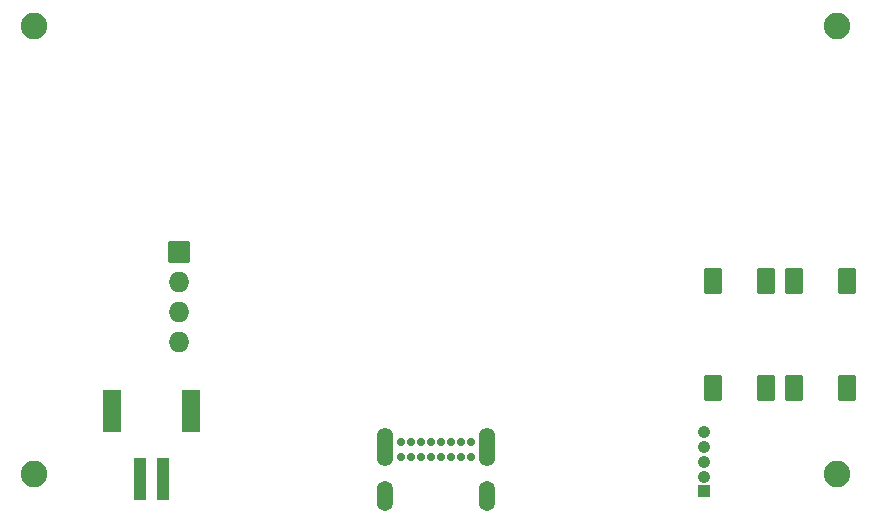
<source format=gbs>
G04 #@! TF.GenerationSoftware,KiCad,Pcbnew,(6.0.0)*
G04 #@! TF.CreationDate,2022-02-07T18:43:46-08:00*
G04 #@! TF.ProjectId,LightsProject_Rev_C,4c696768-7473-4507-926f-6a6563745f52,rev?*
G04 #@! TF.SameCoordinates,Original*
G04 #@! TF.FileFunction,Soldermask,Bot*
G04 #@! TF.FilePolarity,Negative*
%FSLAX46Y46*%
G04 Gerber Fmt 4.6, Leading zero omitted, Abs format (unit mm)*
G04 Created by KiCad (PCBNEW (6.0.0)) date 2022-02-07 18:43:46*
%MOMM*%
%LPD*%
G01*
G04 APERTURE LIST*
G04 Aperture macros list*
%AMRoundRect*
0 Rectangle with rounded corners*
0 $1 Rounding radius*
0 $2 $3 $4 $5 $6 $7 $8 $9 X,Y pos of 4 corners*
0 Add a 4 corners polygon primitive as box body*
4,1,4,$2,$3,$4,$5,$6,$7,$8,$9,$2,$3,0*
0 Add four circle primitives for the rounded corners*
1,1,$1+$1,$2,$3*
1,1,$1+$1,$4,$5*
1,1,$1+$1,$6,$7*
1,1,$1+$1,$8,$9*
0 Add four rect primitives between the rounded corners*
20,1,$1+$1,$2,$3,$4,$5,0*
20,1,$1+$1,$4,$5,$6,$7,0*
20,1,$1+$1,$6,$7,$8,$9,0*
20,1,$1+$1,$8,$9,$2,$3,0*%
G04 Aperture macros list end*
%ADD10RoundRect,0.025400X-0.850000X-0.850000X0.850000X-0.850000X0.850000X0.850000X-0.850000X0.850000X0*%
%ADD11O,1.750800X1.750800*%
%ADD12C,2.250800*%
%ADD13C,0.736600*%
%ADD14O,1.350800X2.550800*%
%ADD15O,1.350800X3.250800*%
%ADD16RoundRect,0.025400X0.500000X-0.500000X0.500000X0.500000X-0.500000X0.500000X-0.500000X-0.500000X0*%
%ADD17C,1.050800*%
%ADD18RoundRect,0.025400X-0.700000X1.050000X-0.700000X-1.050000X0.700000X-1.050000X0.700000X1.050000X0*%
%ADD19RoundRect,0.025400X0.500000X1.750000X-0.500000X1.750000X-0.500000X-1.750000X0.500000X-1.750000X0*%
%ADD20RoundRect,0.025400X0.750000X1.700000X-0.750000X1.700000X-0.750000X-1.700000X0.750000X-1.700000X0*%
G04 APERTURE END LIST*
D10*
X121666000Y-80020000D03*
D11*
X121666000Y-82560000D03*
X121666000Y-85100000D03*
X121666000Y-87640000D03*
D12*
X177437720Y-60842296D03*
D13*
X140463876Y-96065407D03*
X141313876Y-96065407D03*
X142163876Y-96065407D03*
X143013876Y-96065407D03*
X143863877Y-96065407D03*
X144713875Y-96065407D03*
X145563876Y-96065407D03*
X146413877Y-96065407D03*
X146413877Y-97415407D03*
X145563876Y-97415407D03*
X144713875Y-97415407D03*
X143863877Y-97415407D03*
X143013876Y-97415407D03*
X142163876Y-97415407D03*
X141313876Y-97415407D03*
X140463876Y-97415407D03*
D14*
X139118875Y-100715408D03*
D15*
X139118875Y-96565406D03*
D14*
X147758875Y-100715408D03*
D15*
X147758875Y-96565406D03*
D12*
X177437720Y-98842297D03*
X109437703Y-98842297D03*
X109437703Y-60842296D03*
D16*
X166116000Y-100290000D03*
D17*
X166116000Y-99040000D03*
X166116000Y-97790000D03*
X166116000Y-96540000D03*
X166116000Y-95290000D03*
D18*
X173772000Y-82445000D03*
X173772000Y-91545000D03*
X178272000Y-82445000D03*
X178272000Y-91545000D03*
D19*
X118380000Y-99243000D03*
X120380000Y-99243000D03*
D20*
X122730001Y-93492999D03*
X116029999Y-93492999D03*
D18*
X166914000Y-82445000D03*
X166914000Y-91545000D03*
X171414000Y-82445000D03*
X171414000Y-91545000D03*
M02*

</source>
